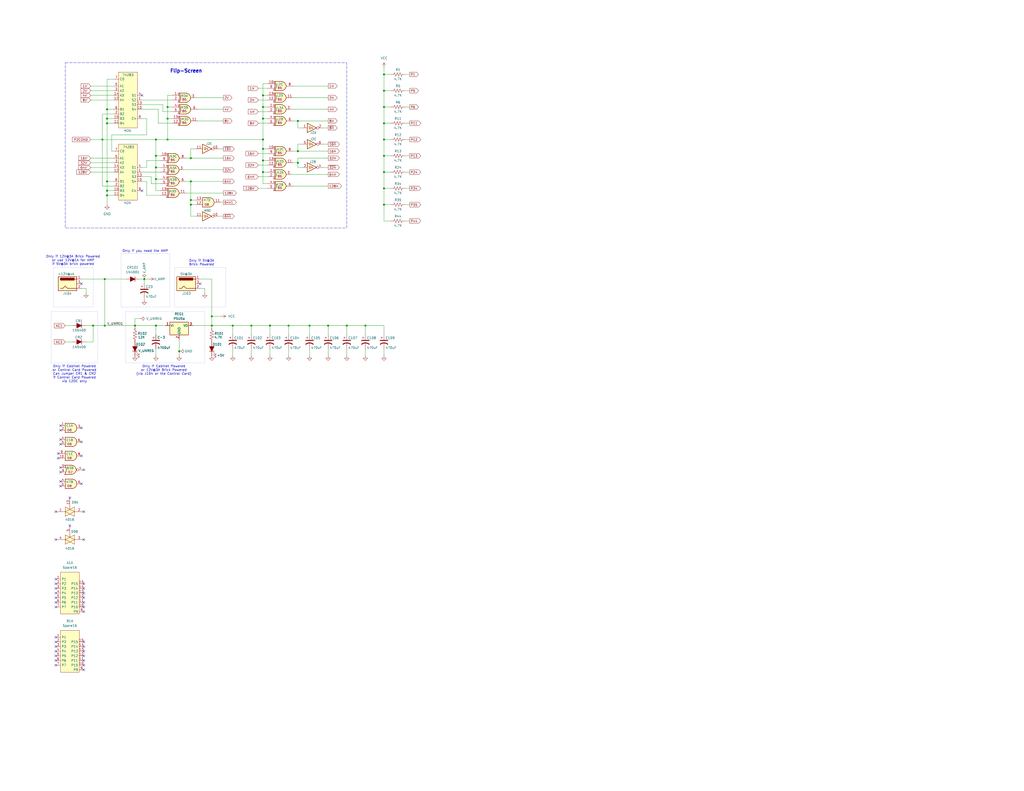
<source format=kicad_sch>
(kicad_sch (version 20250114) (generator "eeschema") (generator_version "9.0")
  (paper "C")
  (title_block (title "Retro Breakout") (date "2025-11-05") (rev "4722-101-A") (company "ByteMind, Inc.") (comment 1 "P.Bishop"))
  (rectangle (start 95.25 146.05) (end 123.19 167.64) (stroke (width 0) (type dot)))
  (rectangle (start 29.21 146.05) (end 50.8 167.64) (stroke (width 0) (type dot)))
  (rectangle (start 68.58 170.18) (end 111.76 198.12) (stroke (width 0) (type dot)))
  (rectangle (start 27.94 170.18) (end 53.34 198.12) (stroke (width 0) (type dot)))
  (rectangle (start 66.04 138.43) (end 92.71 167.64) (stroke (width 0) (type dot)))
  (rectangle (start 35.56 34.29) (end 189.23 124.46) (stroke (width 0) (type dash)))
  (text "Only if 12V@3A Brick Powered\nor use 12V@1A for AMP\nif 5V@3A brick powered" (at 39.878 142.24 0) (effects (font (size 1.27 1.27))))
  (text "Only if Cabinet Powered\nor Control Card Powered\nCan Jumper CR1 & CR2\nif Control Card Powered\nvia 12DC only" (at 40.64 204.216 0) (effects (font (size 1.27 1.27))))
  (text "Flip-Screen" (at 101.6 38.862 0) (effects (font (size 1.905 1.905) (thickness 0.381) (bold yes))))
  (text "Only if you need the AMP" (at 79.248 137.16 0) (effects (font (size 1.27 1.27))))
  (text "Only if Cabinet Powered\nor 12V@3A Brick Powered\n(via J104 or the Control Card)" (at 89.408 202.184 0) (effects (font (size 1.27 1.27))))
  (text "Only if 5V@3A\nBrick Powered" (at 109.982 143.51 0) (effects (font (size 1.27 1.27))))
  (junction (at 209.55 111.76))
  (junction (at 162.56 82.55))
  (junction (at 55.88 76.2))
  (junction (at 143.51 76.2))
  (junction (at 127 177.8))
  (junction (at 78.74 152.4))
  (junction (at 143.51 81.28))
  (junction (at 104.14 111.76))
  (junction (at 57.15 177.8))
  (junction (at 143.51 64.77))
  (junction (at 143.51 58.42))
  (junction (at 179.07 177.8))
  (junction (at 104.14 109.22))
  (junction (at 57.15 152.4))
  (junction (at 147.32 177.8))
  (junction (at 58.42 104.14))
  (junction (at 115.57 172.72))
  (junction (at 209.55 58.42))
  (junction (at 209.55 93.98))
  (junction (at 209.55 76.2))
  (junction (at 209.55 49.53))
  (junction (at 104.14 99.06))
  (junction (at 143.51 93.98))
  (junction (at 157.48 177.8))
  (junction (at 85.09 91.44))
  (junction (at 137.16 177.8))
  (junction (at 209.55 102.87))
  (junction (at 143.51 52.07))
  (junction (at 85.09 177.8))
  (junction (at 73.66 177.8))
  (junction (at 85.09 76.2))
  (junction (at 189.23 177.8))
  (junction (at 58.42 67.31))
  (junction (at 115.57 177.8))
  (junction (at 168.91 177.8))
  (junction (at 58.42 59.69))
  (junction (at 91.44 64.77))
  (junction (at 143.51 87.63))
  (junction (at 209.55 40.64))
  (junction (at 58.42 99.06))
  (junction (at 162.56 66.04))
  (junction (at 50.8 177.8))
  (junction (at 91.44 76.2))
  (junction (at 104.14 86.36))
  (junction (at 58.42 64.77))
  (junction (at 91.44 58.42))
  (junction (at 85.09 97.79))
  (junction (at 85.09 85.09))
  (junction (at 209.55 85.09))
  (junction (at 162.56 88.9))
  (junction (at 58.42 106.68))
  (junction (at 209.55 67.31))
  (junction (at 97.79 191.77))
  (junction (at 199.39 177.8))
  (no_connect (at 30.48 318.77))
  (no_connect (at 45.72 321.31))
  (no_connect (at 45.72 294.64))
  (no_connect (at 45.72 360.68))
  (no_connect (at 30.48 358.14))
  (no_connect (at 45.72 279.4))
  (no_connect (at 33.02 265.43))
  (no_connect (at 45.72 355.6))
  (no_connect (at 45.72 358.14))
  (no_connect (at 45.72 350.52))
  (no_connect (at 44.45 264.16))
  (no_connect (at 45.72 363.22))
  (no_connect (at 30.48 294.64))
  (no_connect (at 30.48 360.68))
  (no_connect (at 30.48 279.4))
  (no_connect (at 33.02 255.27))
  (no_connect (at 33.02 242.57))
  (no_connect (at 38.1 271.78))
  (no_connect (at 30.48 363.22))
  (no_connect (at 33.02 232.41))
  (no_connect (at 45.72 353.06))
  (no_connect (at 33.02 240.03))
  (no_connect (at 30.48 323.85))
  (no_connect (at 38.1 287.02))
  (no_connect (at 30.48 355.6))
  (no_connect (at 31.75 247.65))
  (no_connect (at 45.72 326.39))
  (no_connect (at 44.45 233.68))
  (no_connect (at 30.48 316.23))
  (no_connect (at 33.02 262.89))
  (no_connect (at 33.02 257.81))
  (no_connect (at 44.45 154.94))
  (no_connect (at 45.72 318.77))
  (no_connect (at 45.72 256.54))
  (no_connect (at 30.48 326.39))
  (no_connect (at 77.47 52.07))
  (no_connect (at 77.47 104.14))
  (no_connect (at 30.48 347.98))
  (no_connect (at 30.48 321.31))
  (no_connect (at 109.22 154.94))
  (no_connect (at 45.72 323.85))
  (no_connect (at 45.72 331.47))
  (no_connect (at 30.48 350.52))
  (no_connect (at 30.48 331.47))
  (no_connect (at 45.72 334.01))
  (no_connect (at 45.72 365.76))
  (no_connect (at 45.72 328.93))
  (no_connect (at 30.48 328.93))
  (no_connect (at 44.45 248.92))
  (no_connect (at 31.75 250.19))
  (no_connect (at 33.02 234.95))
  (no_connect (at 30.48 353.06))
  (no_connect (at 44.45 241.3))
  (wire (pts (xy 223.52 76.2) (xy 220.98 76.2)))
  (wire (pts (xy 189.23 190.5) (xy 189.23 194.31)))
  (wire (pts (xy 35.56 186.69) (xy 39.37 186.69)))
  (wire (pts (xy 162.56 88.9) (xy 160.02 88.9)))
  (wire (pts (xy 62.23 101.6) (xy 55.88 101.6)))
  (wire (pts (xy 165.1 69.85) (xy 162.56 69.85)))
  (wire (pts (xy 147.32 190.5) (xy 147.32 194.31)))
  (wire (pts (xy 140.97 54.61) (xy 146.05 54.61)))
  (wire (pts (xy 91.44 76.2) (xy 143.51 76.2)))
  (wire (pts (xy 93.98 64.77) (xy 91.44 64.77)))
  (wire (pts (xy 115.57 172.72) (xy 115.57 177.8)))
  (wire (pts (xy 91.44 58.42) (xy 93.98 58.42)))
  (wire (pts (xy 209.55 36.83) (xy 209.55 40.64)))
  (wire (pts (xy 209.55 58.42) (xy 209.55 67.31)))
  (wire (pts (xy 49.53 86.36) (xy 62.23 86.36)))
  (wire (pts (xy 85.09 104.14) (xy 85.09 97.79)))
  (wire (pts (xy 162.56 66.04) (xy 162.56 69.85)))
  (wire (pts (xy 143.51 93.98) (xy 146.05 93.98)))
  (wire (pts (xy 100.33 92.71) (xy 121.92 92.71)))
  (wire (pts (xy 179.07 82.55) (xy 162.56 82.55)))
  (wire (pts (xy 209.55 102.87) (xy 209.55 111.76)))
  (wire (pts (xy 93.98 52.07) (xy 91.44 52.07)))
  (wire (pts (xy 57.15 152.4) (xy 57.15 177.8)))
  (wire (pts (xy 87.63 104.14) (xy 85.09 104.14)))
  (wire (pts (xy 165.1 91.44) (xy 162.56 91.44)))
  (wire (pts (xy 115.57 152.4) (xy 115.57 172.72)))
  (wire (pts (xy 223.52 40.64) (xy 220.98 40.64)))
  (wire (pts (xy 209.55 182.88) (xy 209.55 177.8)))
  (wire (pts (xy 104.14 109.22) (xy 106.68 109.22)))
  (wire (pts (xy 223.52 58.42) (xy 220.98 58.42)))
  (wire (pts (xy 62.23 82.55) (xy 60.96 82.55)))
  (wire (pts (xy 209.55 67.31) (xy 209.55 76.2)))
  (wire (pts (xy 209.55 85.09) (xy 213.36 85.09)))
  (wire (pts (xy 109.22 152.4) (xy 115.57 152.4)))
  (wire (pts (xy 104.14 111.76) (xy 104.14 109.22)))
  (wire (pts (xy 127 177.8) (xy 127 182.88)))
  (wire (pts (xy 82.55 100.33) (xy 87.63 100.33)))
  (wire (pts (xy 49.53 91.44) (xy 62.23 91.44)))
  (wire (pts (xy 179.07 91.44) (xy 176.53 91.44)))
  (wire (pts (xy 80.01 87.63) (xy 87.63 87.63)))
  (wire (pts (xy 101.6 99.06) (xy 104.14 99.06)))
  (wire (pts (xy 179.07 86.36) (xy 162.56 86.36)))
  (wire (pts (xy 143.51 76.2) (xy 143.51 81.28)))
  (wire (pts (xy 107.95 59.69) (xy 121.92 59.69)))
  (wire (pts (xy 143.51 52.07) (xy 146.05 52.07)))
  (wire (pts (xy 179.07 101.6) (xy 160.02 101.6)))
  (wire (pts (xy 58.42 67.31) (xy 58.42 99.06)))
  (wire (pts (xy 143.51 58.42) (xy 143.51 64.77)))
  (wire (pts (xy 162.56 91.44) (xy 162.56 88.9)))
  (wire (pts (xy 44.45 157.48) (xy 46.99 157.48)))
  (wire (pts (xy 60.96 82.55) (xy 60.96 73.66)))
  (wire (pts (xy 147.32 177.8) (xy 147.32 182.88)))
  (wire (pts (xy 199.39 190.5) (xy 199.39 194.31)))
  (wire (pts (xy 46.99 157.48) (xy 46.99 160.02)))
  (wire (pts (xy 58.42 43.18) (xy 62.23 43.18)))
  (wire (pts (xy 189.23 177.8) (xy 199.39 177.8)))
  (wire (pts (xy 157.48 190.5) (xy 157.48 194.31)))
  (wire (pts (xy 179.07 177.8) (xy 189.23 177.8)))
  (wire (pts (xy 104.14 118.11) (xy 104.14 111.76)))
  (wire (pts (xy 140.97 67.31) (xy 146.05 67.31)))
  (wire (pts (xy 46.99 186.69) (xy 50.8 186.69)))
  (wire (pts (xy 168.91 190.5) (xy 168.91 194.31)))
  (wire (pts (xy 223.52 85.09) (xy 220.98 85.09)))
  (wire (pts (xy 140.97 96.52) (xy 146.05 96.52)))
  (wire (pts (xy 127 190.5) (xy 127 194.31)))
  (wire (pts (xy 85.09 177.8) (xy 73.66 177.8)))
  (wire (pts (xy 78.74 163.83) (xy 78.74 162.56)))
  (wire (pts (xy 88.9 57.15) (xy 88.9 60.96)))
  (wire (pts (xy 77.47 91.44) (xy 80.01 91.44)))
  (wire (pts (xy 105.41 177.8) (xy 115.57 177.8)))
  (wire (pts (xy 115.57 179.07) (xy 115.57 177.8)))
  (wire (pts (xy 223.52 93.98) (xy 220.98 93.98)))
  (wire (pts (xy 209.55 111.76) (xy 209.55 120.65)))
  (wire (pts (xy 101.6 86.36) (xy 104.14 86.36)))
  (wire (pts (xy 58.42 59.69) (xy 62.23 59.69)))
  (wire (pts (xy 111.76 160.02) (xy 111.76 157.48)))
  (wire (pts (xy 143.51 87.63) (xy 143.51 93.98)))
  (wire (pts (xy 58.42 59.69) (xy 58.42 64.77)))
  (wire (pts (xy 179.07 78.74) (xy 176.53 78.74)))
  (wire (pts (xy 60.96 73.66) (xy 80.01 73.66)))
  (wire (pts (xy 179.07 95.25) (xy 158.75 95.25)))
  (wire (pts (xy 209.55 40.64) (xy 209.55 49.53)))
  (wire (pts (xy 199.39 177.8) (xy 209.55 177.8)))
  (wire (pts (xy 104.14 99.06) (xy 104.14 109.22)))
  (wire (pts (xy 49.53 49.53) (xy 62.23 49.53)))
  (wire (pts (xy 88.9 60.96) (xy 93.98 60.96)))
  (wire (pts (xy 106.68 118.11) (xy 104.14 118.11)))
  (wire (pts (xy 143.51 58.42) (xy 146.05 58.42)))
  (wire (pts (xy 107.95 66.04) (xy 121.92 66.04)))
  (wire (pts (xy 80.01 106.68) (xy 87.63 106.68)))
  (wire (pts (xy 223.52 120.65) (xy 220.98 120.65)))
  (wire (pts (xy 146.05 45.72) (xy 143.51 45.72)))
  (wire (pts (xy 157.48 177.8) (xy 168.91 177.8)))
  (wire (pts (xy 179.07 182.88) (xy 179.07 177.8)))
  (wire (pts (xy 162.56 78.74) (xy 162.56 82.55)))
  (wire (pts (xy 209.55 58.42) (xy 213.36 58.42)))
  (wire (pts (xy 162.56 86.36) (xy 162.56 88.9)))
  (wire (pts (xy 137.16 190.5) (xy 137.16 194.31)))
  (wire (pts (xy 73.66 177.8) (xy 57.15 177.8)))
  (wire (pts (xy 209.55 102.87) (xy 213.36 102.87)))
  (wire (pts (xy 91.44 76.2) (xy 91.44 64.77)))
  (wire (pts (xy 58.42 67.31) (xy 62.23 67.31)))
  (wire (pts (xy 162.56 82.55) (xy 160.02 82.55)))
  (wire (pts (xy 58.42 99.06) (xy 58.42 104.14)))
  (wire (pts (xy 58.42 43.18) (xy 58.42 59.69)))
  (wire (pts (xy 97.79 194.31) (xy 97.79 191.77)))
  (wire (pts (xy 165.1 78.74) (xy 162.56 78.74)))
  (wire (pts (xy 58.42 99.06) (xy 62.23 99.06)))
  (wire (pts (xy 87.63 91.44) (xy 85.09 91.44)))
  (wire (pts (xy 55.88 76.2) (xy 85.09 76.2)))
  (wire (pts (xy 213.36 120.65) (xy 209.55 120.65)))
  (wire (pts (xy 137.16 177.8) (xy 147.32 177.8)))
  (wire (pts (xy 111.76 157.48) (xy 109.22 157.48)))
  (wire (pts (xy 80.01 106.68) (xy 80.01 99.06)))
  (wire (pts (xy 49.53 52.07) (xy 62.23 52.07)))
  (wire (pts (xy 115.57 177.8) (xy 127 177.8)))
  (wire (pts (xy 77.47 54.61) (xy 93.98 54.61)))
  (wire (pts (xy 137.16 182.88) (xy 137.16 177.8)))
  (wire (pts (xy 104.14 81.28) (xy 104.14 86.36)))
  (wire (pts (xy 140.97 102.87) (xy 146.05 102.87)))
  (wire (pts (xy 77.47 99.06) (xy 80.01 99.06)))
  (wire (pts (xy 104.14 99.06) (xy 121.92 99.06)))
  (wire (pts (xy 49.53 76.2) (xy 55.88 76.2)))
  (wire (pts (xy 168.91 177.8) (xy 179.07 177.8)))
  (wire (pts (xy 58.42 104.14) (xy 62.23 104.14)))
  (wire (pts (xy 223.52 67.31) (xy 220.98 67.31)))
  (wire (pts (xy 104.14 86.36) (xy 121.92 86.36)))
  (wire (pts (xy 143.51 81.28) (xy 146.05 81.28)))
  (wire (pts (xy 119.38 118.11) (xy 121.92 118.11)))
  (wire (pts (xy 91.44 64.77) (xy 91.44 58.42)))
  (wire (pts (xy 209.55 67.31) (xy 213.36 67.31)))
  (wire (pts (xy 143.51 93.98) (xy 143.51 100.33)))
  (wire (pts (xy 209.55 111.76) (xy 213.36 111.76)))
  (wire (pts (xy 223.52 111.76) (xy 220.98 111.76)))
  (wire (pts (xy 143.51 64.77) (xy 143.51 76.2)))
  (wire (pts (xy 143.51 45.72) (xy 143.51 52.07)))
  (wire (pts (xy 57.15 152.4) (xy 68.58 152.4)))
  (wire (pts (xy 209.55 85.09) (xy 209.55 93.98)))
  (wire (pts (xy 73.66 173.99) (xy 73.66 177.8)))
  (wire (pts (xy 101.6 105.41) (xy 121.92 105.41)))
  (wire (pts (xy 179.07 190.5) (xy 179.07 194.31)))
  (wire (pts (xy 77.47 93.98) (xy 87.63 93.98)))
  (wire (pts (xy 82.55 96.52) (xy 82.55 100.33)))
  (wire (pts (xy 46.99 177.8) (xy 50.8 177.8)))
  (wire (pts (xy 55.88 62.23) (xy 62.23 62.23)))
  (wire (pts (xy 168.91 177.8) (xy 168.91 182.88)))
  (wire (pts (xy 50.8 186.69) (xy 50.8 177.8)))
  (wire (pts (xy 80.01 73.66) (xy 80.01 64.77)))
  (wire (pts (xy 143.51 64.77) (xy 146.05 64.77)))
  (wire (pts (xy 49.53 93.98) (xy 62.23 93.98)))
  (wire (pts (xy 143.51 87.63) (xy 146.05 87.63)))
  (wire (pts (xy 55.88 76.2) (xy 55.88 62.23)))
  (wire (pts (xy 162.56 66.04) (xy 160.02 66.04)))
  (wire (pts (xy 86.36 67.31) (xy 93.98 67.31)))
  (wire (pts (xy 77.47 59.69) (xy 86.36 59.69)))
  (wire (pts (xy 49.53 46.99) (xy 62.23 46.99)))
  (wire (pts (xy 85.09 91.44) (xy 85.09 85.09)))
  (wire (pts (xy 35.56 177.8) (xy 39.37 177.8)))
  (wire (pts (xy 87.63 97.79) (xy 85.09 97.79)))
  (wire (pts (xy 85.09 85.09) (xy 85.09 76.2)))
  (wire (pts (xy 223.52 102.87) (xy 220.98 102.87)))
  (wire (pts (xy 50.8 177.8) (xy 57.15 177.8)))
  (wire (pts (xy 179.07 59.69) (xy 158.75 59.69)))
  (wire (pts (xy 76.2 173.99) (xy 73.66 173.99)))
  (wire (pts (xy 85.09 177.8) (xy 90.17 177.8)))
  (wire (pts (xy 127 177.8) (xy 137.16 177.8)))
  (wire (pts (xy 209.55 76.2) (xy 213.36 76.2)))
  (wire (pts (xy 140.97 83.82) (xy 146.05 83.82)))
  (wire (pts (xy 58.42 106.68) (xy 62.23 106.68)))
  (wire (pts (xy 209.55 76.2) (xy 209.55 85.09)))
  (wire (pts (xy 87.63 85.09) (xy 85.09 85.09)))
  (wire (pts (xy 157.48 182.88) (xy 157.48 177.8)))
  (wire (pts (xy 77.47 96.52) (xy 82.55 96.52)))
  (wire (pts (xy 121.92 110.49) (xy 120.65 110.49)))
  (wire (pts (xy 86.36 59.69) (xy 86.36 67.31)))
  (wire (pts (xy 78.74 152.4) (xy 76.2 152.4)))
  (wire (pts (xy 49.53 54.61) (xy 62.23 54.61)))
  (wire (pts (xy 97.79 191.77) (xy 97.79 185.42)))
  (wire (pts (xy 143.51 81.28) (xy 143.51 87.63)))
  (wire (pts (xy 121.92 81.28) (xy 119.38 81.28)))
  (wire (pts (xy 115.57 172.72) (xy 120.65 172.72)))
  (wire (pts (xy 143.51 100.33) (xy 146.05 100.33)))
  (wire (pts (xy 104.14 81.28) (xy 106.68 81.28)))
  (wire (pts (xy 199.39 182.88) (xy 199.39 177.8)))
  (wire (pts (xy 209.55 40.64) (xy 213.36 40.64)))
  (wire (pts (xy 58.42 64.77) (xy 58.42 67.31)))
  (wire (pts (xy 85.09 97.79) (xy 85.09 91.44)))
  (wire (pts (xy 189.23 177.8) (xy 189.23 182.88)))
  (wire (pts (xy 106.68 53.34) (xy 121.92 53.34)))
  (wire (pts (xy 44.45 152.4) (xy 57.15 152.4)))
  (wire (pts (xy 140.97 60.96) (xy 146.05 60.96)))
  (wire (pts (xy 80.01 64.77) (xy 77.47 64.77)))
  (wire (pts (xy 179.07 69.85) (xy 176.53 69.85)))
  (wire (pts (xy 91.44 52.07) (xy 91.44 58.42)))
  (wire (pts (xy 209.55 49.53) (xy 209.55 58.42)))
  (wire (pts (xy 85.09 190.5) (xy 85.09 194.31)))
  (wire (pts (xy 140.97 90.17) (xy 146.05 90.17)))
  (wire (pts (xy 213.36 49.53) (xy 209.55 49.53)))
  (wire (pts (xy 209.55 190.5) (xy 209.55 194.31)))
  (wire (pts (xy 209.55 93.98) (xy 213.36 93.98)))
  (wire (pts (xy 78.74 154.94) (xy 78.74 152.4)))
  (wire (pts (xy 179.07 53.34) (xy 160.02 53.34)))
  (wire (pts (xy 58.42 106.68) (xy 58.42 111.76)))
  (wire (pts (xy 58.42 104.14) (xy 58.42 106.68)))
  (wire (pts (xy 81.28 152.4) (xy 78.74 152.4)))
  (wire (pts (xy 179.07 66.04) (xy 162.56 66.04)))
  (wire (pts (xy 77.47 57.15) (xy 88.9 57.15)))
  (wire (pts (xy 209.55 93.98) (xy 209.55 102.87)))
  (wire (pts (xy 140.97 48.26) (xy 146.05 48.26)))
  (wire (pts (xy 73.66 177.8) (xy 73.66 179.07)))
  (wire (pts (xy 85.09 182.88) (xy 85.09 177.8)))
  (wire (pts (xy 85.09 76.2) (xy 91.44 76.2)))
  (wire (pts (xy 147.32 177.8) (xy 157.48 177.8)))
  (wire (pts (xy 223.52 49.53) (xy 220.98 49.53)))
  (wire (pts (xy 179.07 46.99) (xy 160.02 46.99)))
  (wire (pts (xy 55.88 101.6) (xy 55.88 76.2)))
  (wire (pts (xy 58.42 64.77) (xy 62.23 64.77)))
  (wire (pts (xy 106.68 111.76) (xy 104.14 111.76)))
  (wire (pts (xy 49.53 88.9) (xy 62.23 88.9)))
  (wire (pts (xy 80.01 87.63) (xy 80.01 91.44)))
  (wire (pts (xy 143.51 52.07) (xy 143.51 58.42)))
  (label "V_UNREG" (at 58.42 177.8 0))
  (global_label "128H" (shape output) (at 179.07 101.6 0) (property "Intersheetrefs" "${INTERSHEET_REFS}" (effects (hide yes))))
  (global_label "8V'" (shape input) (at 49.53 54.61 180) (property "Intersheetrefs" "${INTERSHEET_REFS}" (effects (hide yes))))
  (global_label "2V" (shape output) (at 121.92 53.34 0) (property "Intersheetrefs" "${INTERSHEET_REFS}" (effects (hide yes))))
  (global_label "2H" (shape output) (at 179.07 53.34 0) (property "Intersheetrefs" "${INTERSHEET_REFS}" (effects (hide yes))))
  (global_label "32H" (shape output) (at 179.07 86.36 0) (property "Intersheetrefs" "${INTERSHEET_REFS}" (effects (hide yes))))
  (global_label "~{16H}" (shape output) (at 179.07 78.74 0) (property "Intersheetrefs" "${INTERSHEET_REFS}" (effects (hide yes))))
  (global_label "4H'" (shape input) (at 140.97 60.96 180) (property "Intersheetrefs" "${INTERSHEET_REFS}" (effects (hide yes))))
  (global_label "P13" (shape output) (at 223.52 85.09 0) (property "Intersheetrefs" "${INTERSHEET_REFS}" (effects (hide yes))))
  (global_label "16V'" (shape input) (at 49.53 86.36 180) (property "Intersheetrefs" "${INTERSHEET_REFS}" (effects (hide yes))))
  (global_label "32V" (shape output) (at 121.92 92.71 0) (property "Intersheetrefs" "${INTERSHEET_REFS}" (effects (hide yes))))
  (global_label "16V" (shape output) (at 121.92 86.36 0) (property "Intersheetrefs" "${INTERSHEET_REFS}" (effects (hide yes))))
  (global_label "64V'" (shape input) (at 49.53 91.44 180) (property "Intersheetrefs" "${INTERSHEET_REFS}" (effects (hide yes))))
  (global_label "P35" (shape output) (at 223.52 111.76 0) (property "Intersheetrefs" "${INTERSHEET_REFS}" (effects (hide yes))))
  (global_label "P44" (shape output) (at 223.52 120.65 0) (property "Intersheetrefs" "${INTERSHEET_REFS}" (effects (hide yes))))
  (global_label "~{8H}" (shape output) (at 179.07 69.85 0) (property "Intersheetrefs" "${INTERSHEET_REFS}" (effects (hide yes))))
  (global_label "128V" (shape output) (at 121.92 105.41 0) (property "Intersheetrefs" "${INTERSHEET_REFS}" (effects (hide yes))))
  (global_label "4H" (shape output) (at 179.07 59.69 0) (property "Intersheetrefs" "${INTERSHEET_REFS}" (effects (hide yes))))
  (global_label "64V1" (shape output) (at 121.92 110.49 0) (property "Intersheetrefs" "${INTERSHEET_REFS}" (effects (hide yes))))
  (global_label "32H'" (shape input) (at 140.97 90.17 180) (property "Intersheetrefs" "${INTERSHEET_REFS}" (effects (hide yes))))
  (global_label "P24" (shape output) (at 223.52 93.98 0) (property "Intersheetrefs" "${INTERSHEET_REFS}" (effects (hide yes))))
  (global_label "128H'" (shape input) (at 140.97 102.87 180) (property "Intersheetrefs" "${INTERSHEET_REFS}" (effects (hide yes))))
  (global_label "AC1" (shape input) (at 35.56 177.8 180) (property "Intersheetrefs" "${INTERSHEET_REFS}" (effects (hide yes))))
  (global_label "~{64V}" (shape output) (at 121.92 118.11 0) (property "Intersheetrefs" "${INTERSHEET_REFS}" (effects (hide yes))))
  (global_label "16H'" (shape input) (at 140.97 83.82 180) (property "Intersheetrefs" "${INTERSHEET_REFS}" (effects (hide yes))))
  (global_label "P11" (shape output) (at 223.52 67.31 0) (property "Intersheetrefs" "${INTERSHEET_REFS}" (effects (hide yes))))
  (global_label "64V" (shape output) (at 121.92 99.06 0) (property "Intersheetrefs" "${INTERSHEET_REFS}" (effects (hide yes))))
  (global_label "16H" (shape output) (at 179.07 82.55 0) (property "Intersheetrefs" "${INTERSHEET_REFS}" (effects (hide yes))))
  (global_label "P6" (shape output) (at 223.52 58.42 0) (property "Intersheetrefs" "${INTERSHEET_REFS}" (effects (hide yes))))
  (global_label "P2COND" (shape input) (at 49.53 76.2 180) (property "Intersheetrefs" "${INTERSHEET_REFS}" (effects (hide yes))))
  (global_label "P12" (shape output) (at 223.52 76.2 0) (property "Intersheetrefs" "${INTERSHEET_REFS}" (effects (hide yes))))
  (global_label "AC2" (shape input) (at 35.56 186.69 180) (property "Intersheetrefs" "${INTERSHEET_REFS}" (effects (hide yes))))
  (global_label "8V" (shape output) (at 121.92 66.04 0) (property "Intersheetrefs" "${INTERSHEET_REFS}" (effects (hide yes))))
  (global_label "128V'" (shape input) (at 49.53 93.98 180) (property "Intersheetrefs" "${INTERSHEET_REFS}" (effects (hide yes))))
  (global_label "~{32H}" (shape output) (at 179.07 91.44 0) (property "Intersheetrefs" "${INTERSHEET_REFS}" (effects (hide yes))))
  (global_label "P34" (shape output) (at 223.52 102.87 0) (property "Intersheetrefs" "${INTERSHEET_REFS}" (effects (hide yes))))
  (global_label "64H" (shape output) (at 179.07 95.25 0) (property "Intersheetrefs" "${INTERSHEET_REFS}" (effects (hide yes))))
  (global_label "8H" (shape output) (at 179.07 66.04 0) (property "Intersheetrefs" "${INTERSHEET_REFS}" (effects (hide yes))))
  (global_label "8H'" (shape input) (at 140.97 67.31 180) (property "Intersheetrefs" "${INTERSHEET_REFS}" (effects (hide yes))))
  (global_label "2H'" (shape input) (at 140.97 54.61 180) (property "Intersheetrefs" "${INTERSHEET_REFS}" (effects (hide yes))))
  (global_label "4V" (shape output) (at 121.92 59.69 0) (property "Intersheetrefs" "${INTERSHEET_REFS}" (effects (hide yes))))
  (global_label "1H'" (shape input) (at 140.97 48.26 180) (property "Intersheetrefs" "${INTERSHEET_REFS}" (effects (hide yes))))
  (global_label "P5" (shape output) (at 223.52 49.53 0) (property "Intersheetrefs" "${INTERSHEET_REFS}" (effects (hide yes))))
  (global_label "~{16V}" (shape output) (at 121.92 81.28 0) (property "Intersheetrefs" "${INTERSHEET_REFS}" (effects (hide yes))))
  (global_label "2V'" (shape input) (at 49.53 49.53 180) (property "Intersheetrefs" "${INTERSHEET_REFS}" (effects (hide yes))))
  (global_label "P1" (shape output) (at 223.52 40.64 0) (property "Intersheetrefs" "${INTERSHEET_REFS}" (effects (hide yes))))
  (global_label "1V'" (shape input) (at 49.53 46.99 180) (property "Intersheetrefs" "${INTERSHEET_REFS}" (effects (hide yes))))
  (global_label "32V'" (shape input) (at 49.53 88.9 180) (property "Intersheetrefs" "${INTERSHEET_REFS}" (effects (hide yes))))
  (global_label "4V'" (shape input) (at 49.53 52.07 180) (property "Intersheetrefs" "${INTERSHEET_REFS}" (effects (hide yes))))
  (global_label "64H'" (shape input) (at 140.97 96.52 180) (property "Intersheetrefs" "${INTERSHEET_REFS}" (effects (hide yes))))
  (global_label "1H" (shape output) (at 179.07 46.99 0) (property "Intersheetrefs" "${INTERSHEET_REFS}" (effects (hide yes))))
  (symbol (lib_id "Breakout:C+") (at 168.91 186.69 0) (unit 1)
    (property "Reference" "C105" (at 169.672 184.5309 0) (effects (justify left)))
    (property "Value" "470uF" (at 169.672 189.8649 0) (effects (justify left)))
    (property "Footprint" "Breakout:CP_Radial-0.2in-R0.4in" (effects (hide yes)))
  )
  (symbol (lib_id "Breakout:74283") (at 69.85 93.98 0) (unit 1)
    (property "Reference" "N2" (at 69.596 110.744 0))
    (property "Value" "74283" (at 70.104 80.264 0))
    (property "Footprint" "Breakout:DIP-16-0.3in" (effects (hide yes)))
    (property "Description" "4-Bit Adder" (effects (hide yes)))
  )
  (symbol (lib_id "Breakout:7486") (at 93.98 105.41 0) (unit 4)
    (property "Reference" "N3" (at 94.2945 104.394 0))
    (property "Value" "7486" (effects (hide yes)))
    (property "Footprint" "Breakout:DIP-14-0.3in" (effects (hide yes)))
    (property "Description" "Quad XOR Gate" (effects (hide yes)))
    (property "Val" "'86" (at 93.98 106.426 0))
  )
  (symbol (lib_id "Breakout:R") (at 217.17 111.76 270) (unit 1)
    (property "Reference" "R35" (at 217.17 109.22 90))
    (property "Value" "4.7K" (at 217.17 114.3 90))
    (property "Footprint" "Breakout:R_Axial-0.3in" (effects (hide yes)))
  )
  (symbol (lib_id "Breakout:7408") (at 38.1 264.16 0) (unit 2)
    (property "Reference" "H7" (at 37.973 263.144 0))
    (property "Value" "7408" (effects (hide yes)))
    (property "Footprint" "Breakout:DIP-14-0.3in" (effects (hide yes)))
    (property "Description" "Quad AND Gate" (effects (hide yes)))
    (property "Val" "'08" (at 37.592 265.43 0))
  )
  (symbol (lib_id "Breakout:7486") (at 100.33 59.69 0) (unit 2)
    (property "Reference" "M3" (at 100.6556 58.674 0))
    (property "Value" "7486" (effects (hide yes)))
    (property "Footprint" "Breakout:DIP-14-0.3in" (effects (hide yes)))
    (property "Description" "Quad XOR Gate" (effects (hide yes)))
    (property "Val" "'86" (at 100.33 60.706 0))
  )
  (symbol (lib_id "Breakout:R") (at 217.17 40.64 270) (unit 1)
    (property "Reference" "R1" (at 217.17 38.1 90))
    (property "Value" "4.7K" (at 217.17 43.18 90))
    (property "Footprint" "Breakout:R_Axial-0.3in" (effects (hide yes)))
  )
  (symbol (lib_id "Breakout:R") (at 217.17 76.2 270) (unit 1)
    (property "Reference" "R12" (at 217.17 73.66 90))
    (property "Value" "4.7K" (at 217.17 78.74 90))
    (property "Footprint" "Breakout:R_Axial-0.3in" (effects (hide yes)))
  )
  (symbol (lib_id "Breakout:PSU5a") (at 97.79 177.8 0) (unit 1)
    (property "Reference" "REG1" (at 97.79 171.45 0))
    (property "Value" "PSU5a" (at 97.79 173.99 0))
    (property "Footprint" "Breakout:TO-220-3_V" (effects (hide yes)))
  )
  (symbol (lib_id "Breakout:GND") (at 85.09 194.31 0) (unit 1)
    (property "Reference" "#PWR0278" (effects (hide yes)))
    (property "Value" "GND" (effects (hide yes)))
    (property "Description" "Power symbol creates a global label with name \"GND1\" , ground" (effects (hide yes)))
  )
  (symbol (lib_id "Breakout:GND") (at 58.42 111.76 0) (unit 1)
    (property "Reference" "#PWR05" (effects (hide yes)))
    (property "Value" "GND" (at 58.42 116.84 0))
    (property "Description" "Power symbol creates a global label with name \"GND1\" , ground" (effects (hide yes)))
  )
  (symbol (lib_id "Breakout:7486") (at 152.4 46.99 0) (unit 3)
    (property "Reference" "L2" (at 152.7458 45.974 0))
    (property "Value" "7486" (effects (hide yes)))
    (property "Footprint" "Breakout:DIP-14-0.3in" (effects (hide yes)))
    (property "Description" "Quad XOR Gate" (effects (hide yes)))
    (property "Val" "'86" (at 152.4 48.006 0))
  )
  (symbol (lib_id "Breakout:4016") (at 38.1 279.4 0) (unit 1)
    (property "Reference" "D9" (at 40.894 274.32 0))
    (property "Value" "4016" (at 38.1 283.718 0))
    (property "Footprint" "Breakout:DIP-14-0.3in" (effects (hide yes)))
    (property "Description" "Quad Analog Switch" (effects (hide yes)))
  )
  (symbol (lib_id "Breakout:C+") (at 179.07 186.69 0) (unit 1)
    (property "Reference" "C106" (at 179.832 184.5309 0) (effects (justify left)))
    (property "Value" "470uF" (at 179.832 189.8649 0) (effects (justify left)))
    (property "Footprint" "Breakout:CP_Radial-0.2in-R0.4in" (effects (hide yes)))
  )
  (symbol (lib_id "Breakout:R") (at 73.66 182.88 0) (unit 1)
    (property "Reference" "R102" (at 77.47 182.118 0) (effects (font (italic yes))))
    (property "Value" "12K" (at 77.216 184.15 0))
    (property "Footprint" "Breakout:R_Axial-0.3in" (effects (hide yes)))
  )
  (symbol (lib_id "Breakout:7486") (at 93.98 86.36 0) (unit 3)
    (property "Reference" "N3" (at 94.5798 85.344 0))
    (property "Value" "7486" (effects (hide yes)))
    (property "Footprint" "Breakout:DIP-14-0.3in" (effects (hide yes)))
    (property "Description" "Quad XOR Gate" (effects (hide yes)))
    (property "Val" "'86" (at 93.98 87.376 0))
  )
  (symbol (lib_id "Breakout:7408") (at 38.1 241.3 0) (unit 2)
    (property "Reference" "C1" (at 37.973 240.284 0))
    (property "Value" "7408" (effects (hide yes)))
    (property "Footprint" "Breakout:DIP-14-0.3in" (effects (hide yes)))
    (property "Description" "Quad AND Gate" (effects (hide yes)))
    (property "Val" "'08" (at 37.592 242.57 0))
  )
  (symbol (lib_id "Breakout:D_Filled") (at 43.18 177.8 0) (mirror y) (unit 1)
    (property "Reference" "CR1" (at 43.18 175.26 0))
    (property "Value" "1N5400" (at 43.18 180.34 0))
    (property "Footprint" "Breakout:DO-201_0.6in_H" (effects (hide yes)))
  )
  (symbol (lib_id "Breakout:7408") (at 38.1 233.68 0) (unit 1)
    (property "Reference" "C1" (at 37.973 232.41 0))
    (property "Value" "7408" (effects (hide yes)))
    (property "Footprint" "Breakout:DIP-14-0.3in" (effects (hide yes)))
    (property "Description" "Quad AND Gate" (effects (hide yes)))
    (property "Val" "'08" (at 37.592 234.95 0))
  )
  (symbol (lib_id "Breakout:7404") (at 170.18 69.85 0) (unit 1)
    (property "Reference" "J2" (at 170.942 72.39 0))
    (property "Value" "7404" (effects (hide yes)))
    (property "Footprint" "Breakout:DIP-14-0.3in" (effects (hide yes)))
    (property "Description" "Hex Inverter" (effects (hide yes)))
    (property "Val" "'04" (at 169.418 69.85 0))
  )
  (symbol (lib_id "Breakout:7404") (at 170.18 78.74 0) (unit 3)
    (property "Reference" "J2" (at 170.942 75.946 0))
    (property "Value" "7404" (effects (hide yes)))
    (property "Footprint" "Breakout:DIP-14-0.3in" (effects (hide yes)))
    (property "Description" "Hex Inverter" (effects (hide yes)))
    (property "Val" "'04" (at 169.418 78.74 0))
  )
  (symbol (lib_id "Breakout:LED") (at 73.66 190.5 90) (unit 1)
    (property "Reference" "D102" (at 74.168 188.0234 90) (effects (font (italic yes)) (justify right)))
    (property "Value" "V_UNREG" (at 79.756 191.516 90))
    (property "Footprint" "Breakout:LED_D5.0mm_Red" (effects (hide yes)))
  )
  (symbol (lib_id "Breakout:7486") (at 152.4 101.6 0) (unit 2)
    (property "Reference" "K2" (at 152.7256 100.838 0))
    (property "Value" "7486" (effects (hide yes)))
    (property "Footprint" "Breakout:DIP-14-0.3in" (effects (hide yes)))
    (property "Description" "Quad XOR Gate" (effects (hide yes)))
    (property "Val" "'86" (at 152.4 102.616 0))
  )
  (symbol (lib_id "Breakout:C+") (at 127 186.69 0) (unit 1)
    (property "Reference" "C101" (at 127.762 184.5309 0) (effects (justify left)))
    (property "Value" "470uF" (at 127.762 189.8649 0) (effects (justify left)))
    (property "Footprint" "Breakout:CP_Radial-0.2in-R0.4in" (effects (hide yes)))
  )
  (symbol (lib_id "Breakout:7486") (at 100.33 53.34 0) (unit 1)
    (property "Reference" "M3" (at 100.6422 52.324 0))
    (property "Value" "7486" (effects (hide yes)))
    (property "Footprint" "Breakout:DIP-14-0.3in" (effects (hide yes)))
    (property "Description" "Quad XOR Gate" (effects (hide yes)))
    (property "Val" "'86" (at 100.33 54.356 0))
  )
  (symbol (lib_id "Breakout:GND") (at 189.23 194.31 0) (unit 1)
    (property "Reference" "#PWR0331" (effects (hide yes)))
    (property "Value" "GND" (effects (hide yes)))
    (property "Description" "Power symbol creates a global label with name \"GND1\" , ground" (effects (hide yes)))
  )
  (symbol (lib_id "Breakout:7486") (at 93.98 92.71 0) (unit 1)
    (property "Reference" "N3" (at 94.5462 91.694 0))
    (property "Value" "7486" (effects (hide yes)))
    (property "Footprint" "Breakout:DIP-14-0.3in" (effects (hide yes)))
    (property "Description" "Quad XOR Gate" (effects (hide yes)))
    (property "Val" "'86" (at 93.98 93.726 0))
  )
  (symbol (lib_id "Breakout:7402") (at 38.1 256.54 0) (unit 2)
    (property "Reference" "B3" (at 38.2269 255.524 0))
    (property "Value" "7402" (effects (hide yes)))
    (property "Footprint" "Breakout:DIP-14-0.3in" (effects (hide yes)))
    (property "Description" "Quad NOR Gate" (effects (hide yes)))
    (property "Val" "'02" (at 38.1 257.81 0))
  )
  (symbol (lib_id "Breakout:D_Filled") (at 72.39 152.4 180) (unit 1)
    (property "Reference" "CR101" (at 72.39 146.05 0) (effects (font (italic yes))))
    (property "Value" "1N4001" (at 72.39 148.59 0))
    (property "Footprint" "Breakout:D_Axial-0.3in" (effects (hide yes)))
  )
  (symbol (lib_id "Breakout:GND") (at 111.76 160.02 0) (unit 1)
    (property "Reference" "#PWR0281" (effects (hide yes)))
    (property "Value" "GND" (effects (hide yes)))
    (property "Description" "Power symbol creates a global label with name \"GND1\" , ground" (effects (hide yes)))
  )
  (symbol (lib_id "Breakout:7486") (at 152.4 95.25 0) (unit 1)
    (property "Reference" "K2" (at 152.9662 94.234 0))
    (property "Value" "7486" (effects (hide yes)))
    (property "Footprint" "Breakout:DIP-14-0.3in" (effects (hide yes)))
    (property "Description" "Quad XOR Gate" (effects (hide yes)))
    (property "Val" "'86" (at 152.4 96.266 0))
  )
  (symbol (lib_id "Breakout:GND") (at 179.07 194.31 0) (unit 1)
    (property "Reference" "#PWR0264" (effects (hide yes)))
    (property "Value" "GND" (effects (hide yes)))
    (property "Description" "Power symbol creates a global label with name \"GND1\" , ground" (effects (hide yes)))
  )
  (symbol (lib_id "power:PWR_FLAG") (at 78.74 152.4 0) (unit 1)
    (property "Reference" "#FLG01" (effects (hide yes)))
    (property "Value" "V_AMP" (at 78.74 146.304 90))
    (property "Description" "Special symbol for telling ERC where power comes from" (effects (hide yes)))
  )
  (symbol (lib_id "Breakout:SpareDip16") (at 38.1 355.6 0) (unit 1)
    (property "Reference" "B1" (at 38.1 339.09 0))
    (property "Value" "Spare16" (at 38.1 341.63 0))
    (property "Footprint" "Breakout:DIP-16-0.3in" (effects (hide yes)))
  )
  (symbol (lib_id "Breakout:GND") (at 97.79 194.31 0) (unit 1)
    (property "Reference" "#PWR0279" (effects (hide yes)))
    (property "Value" "GND" (effects (hide yes)))
    (property "Description" "Power symbol creates a global label with name \"GND1\" , ground" (effects (hide yes)))
  )
  (symbol (lib_id "Breakout:7408") (at 113.03 110.49 0) (unit 4)
    (property "Reference" "H7" (at 112.903 109.22 0))
    (property "Value" "7408" (effects (hide yes)))
    (property "Footprint" "Breakout:DIP-14-0.3in" (effects (hide yes)))
    (property "Description" "Quad AND Gate" (effects (hide yes)))
    (property "Val" "'08" (at 112.522 111.76 0))
  )
  (symbol (lib_id "Breakout:GND") (at 73.66 194.31 0) (unit 1)
    (property "Reference" "#PWR0328" (effects (hide yes)))
    (property "Value" "GND" (effects (hide yes)))
    (property "Description" "Power symbol creates a global label with name \"GND1\" , ground" (effects (hide yes)))
  )
  (symbol (lib_id "Breakout:C+") (at 137.16 186.69 0) (unit 1)
    (property "Reference" "C102" (at 137.922 184.5309 0) (effects (justify left)))
    (property "Value" "470uF" (at 137.922 189.8649 0) (effects (justify left)))
    (property "Footprint" "Breakout:CP_Radial-0.2in-R0.4in" (effects (hide yes)))
  )
  (symbol (lib_id "Breakout:Jack-DC") (at 36.83 154.94 0) (unit 1)
    (property "Reference" "J104" (at 36.576 160.274 0) (effects (font (italic yes))))
    (property "Value" "+12V@xA" (at 36.068 149.606 0))
    (property "Footprint" "Breakout:BarrelJack_2.1x5.5mm" (effects (hide yes)))
  )
  (symbol (lib_id "Breakout:GND") (at 168.91 194.31 0) (unit 1)
    (property "Reference" "#PWR0258" (effects (hide yes)))
    (property "Value" "GND" (effects (hide yes)))
    (property "Description" "Power symbol creates a global label with name \"GND1\" , ground" (effects (hide yes)))
  )
  (symbol (lib_id "Breakout:R") (at 217.17 58.42 270) (unit 1)
    (property "Reference" "R6" (at 217.17 55.88 90))
    (property "Value" "4.7K" (at 217.17 60.96 90))
    (property "Footprint" "Breakout:R_Axial-0.3in" (effects (hide yes)))
  )
  (symbol (lib_id "Breakout:D_Filled") (at 43.18 186.69 0) (mirror y) (unit 1)
    (property "Reference" "CR2" (at 42.926 184.15 0))
    (property "Value" "1N5400" (at 43.18 189.484 0))
    (property "Footprint" "Breakout:DO-201_0.6in_H" (effects (hide yes)))
  )
  (symbol (lib_id "Breakout:GND") (at 209.55 194.31 0) (unit 1)
    (property "Reference" "#PWR0333" (effects (hide yes)))
    (property "Value" "GND" (effects (hide yes)))
    (property "Description" "Power symbol creates a global label with name \"GND1\" , ground" (effects (hide yes)))
  )
  (symbol (lib_id "Breakout:74283") (at 69.85 54.61 0) (unit 1)
    (property "Reference" "M2" (at 69.596 71.374 0))
    (property "Value" "74283" (at 69.85 40.894 0))
    (property "Footprint" "Breakout:DIP-16-0.3in" (effects (hide yes)))
    (property "Description" "4-Bit Adder" (effects (hide yes)))
  )
  (symbol (lib_id "Breakout:GND") (at 147.32 194.31 0) (unit 1)
    (property "Reference" "#PWR0329" (effects (hide yes)))
    (property "Value" "GND" (effects (hide yes)))
    (property "Description" "Power symbol creates a global label with name \"GND1\" , ground" (effects (hide yes)))
  )
  (symbol (lib_id "Breakout:7404") (at 113.03 118.11 0) (unit 5)
    (property "Reference" "M9" (at 113.284 115.062 0))
    (property "Value" "7404" (effects (hide yes)))
    (property "Footprint" "Breakout:DIP-14-0.3in" (effects (hide yes)))
    (property "Description" "Hex Inverter" (effects (hide yes)))
    (property "Val" "'04" (at 112.268 118.11 0))
  )
  (symbol (lib_id "Breakout:C+") (at 189.23 186.69 0) (unit 1)
    (property "Reference" "C107" (at 189.992 184.5309 0) (effects (justify left)))
    (property "Value" "470uF" (at 189.992 189.8649 0) (effects (justify left)))
    (property "Footprint" "Breakout:CP_Radial-0.2in-R0.4in" (effects (hide yes)))
  )
  (symbol (lib_id "Breakout:C+") (at 147.32 186.69 0) (unit 1)
    (property "Reference" "C103" (at 148.082 184.5309 0) (effects (justify left)))
    (property "Value" "470uF" (at 148.082 189.8649 0) (effects (justify left)))
    (property "Footprint" "Breakout:CP_Radial-0.2in-R0.4in" (effects (hide yes)))
  )
  (symbol (lib_id "Breakout:7486") (at 152.4 53.34 0) (unit 4)
    (property "Reference" "L2" (at 152.7145 52.07 0))
    (property "Value" "7486" (effects (hide yes)))
    (property "Footprint" "Breakout:DIP-14-0.3in" (effects (hide yes)))
    (property "Description" "Quad XOR Gate" (effects (hide yes)))
    (property "Val" "'86" (at 152.4 54.356 0))
  )
  (symbol (lib_id "Breakout:7486") (at 152.4 88.9 0) (unit 4)
    (property "Reference" "K2" (at 152.9685 88.138 0))
    (property "Value" "7486" (effects (hide yes)))
    (property "Footprint" "Breakout:DIP-14-0.3in" (effects (hide yes)))
    (property "Description" "Quad XOR Gate" (effects (hide yes)))
    (property "Val" "'86" (at 152.4 89.916 0))
  )
  (symbol (lib_id "Breakout:R") (at 217.17 85.09 270) (unit 1)
    (property "Reference" "R13" (at 217.17 82.55 90))
    (property "Value" "4.7K" (at 217.17 87.63 90))
    (property "Footprint" "Breakout:R_Axial-0.3in" (effects (hide yes)))
  )
  (symbol (lib_id "Breakout:LED") (at 115.57 190.5 90) (unit 1)
    (property "Reference" "D101" (at 116.078 188.0234 90) (effects (font (italic yes)) (justify right)))
    (property "Value" "+5V" (at 120.396 194.056 90))
    (property "Footprint" "Breakout:LED_D5.0mm_Red" (effects (hide yes)))
  )
  (symbol (lib_id "Breakout:C+") (at 85.09 186.69 0) (unit 1)
    (property "Reference" "C-3" (at 85.852 184.2769 0) (effects (justify left)))
    (property "Value" "4700uF" (at 85.852 189.8649 0) (effects (justify left)))
    (property "Footprint" "Breakout:CP_Radial-10mm-R35mm" (effects (hide yes)))
  )
  (symbol (lib_id "Breakout:+12V") (at 81.28 152.4 270) (unit 1)
    (property "Reference" "#PWR04" (effects (hide yes)))
    (property "Value" "V_AMP" (at 87.122 152.4 90))
  )
  (symbol (lib_id "Breakout:R") (at 217.17 120.65 270) (unit 1)
    (property "Reference" "R44" (at 217.17 118.11 90))
    (property "Value" "4.7K" (at 217.17 123.19 90))
    (property "Footprint" "Breakout:R_Axial-0.3in" (effects (hide yes)))
  )
  (symbol (lib_id "Breakout:GND") (at 199.39 194.31 0) (unit 1)
    (property "Reference" "#PWR0332" (effects (hide yes)))
    (property "Value" "GND" (effects (hide yes)))
    (property "Description" "Power symbol creates a global label with name \"GND1\" , ground" (effects (hide yes)))
  )
  (symbol (lib_id "Breakout:C+") (at 209.55 186.69 0) (unit 1)
    (property "Reference" "C109" (at 210.312 184.5309 0) (effects (justify left)))
    (property "Value" "470uF" (at 210.312 189.8649 0) (effects (justify left)))
    (property "Footprint" "Breakout:CP_Radial-0.2in-R0.4in" (effects (hide yes)))
  )
  (symbol (lib_id "Breakout:7486") (at 152.4 66.04 0) (unit 2)
    (property "Reference" "L2" (at 152.7256 65.024 0))
    (property "Value" "7486" (effects (hide yes)))
    (property "Footprint" "Breakout:DIP-14-0.3in" (effects (hide yes)))
    (property "Description" "Quad XOR Gate" (effects (hide yes)))
    (property "Val" "'86" (at 152.4 67.056 0))
  )
  (symbol (lib_id "Breakout:Jack-DC") (at 101.6 154.94 0) (unit 1)
    (property "Reference" "J103" (at 101.6 160.274 0) (effects (font (italic yes))))
    (property "Value" "5V@3A" (at 101.6 149.606 0))
    (property "Footprint" "Breakout:BarrelJack_2.1x5.5mm" (effects (hide yes)))
  )
  (symbol (lib_id "Breakout:7408") (at 38.1 248.92 0) (unit 3)
    (property "Reference" "C1" (at 37.973 247.904 0))
    (property "Value" "7408" (effects (hide yes)))
    (property "Footprint" "Breakout:DIP-14-0.3in" (effects (hide yes)))
    (property "Description" "Quad AND Gate" (effects (hide yes)))
    (property "Val" "'08" (at 37.592 250.19 0))
  )
  (symbol (lib_id "Breakout:GND") (at 157.48 194.31 0) (unit 1)
    (property "Reference" "#PWR0330" (effects (hide yes)))
    (property "Value" "GND" (effects (hide yes)))
    (property "Description" "Power symbol creates a global label with name \"GND1\" , ground" (effects (hide yes)))
  )
  (symbol (lib_id "Breakout:VCC") (at 120.65 172.72 270) (unit 1)
    (property "Reference" "#PWR0280" (effects (hide yes)))
    (property "Value" "VCC" (at 124.46 172.7199 90) (effects (justify left)))
    (property "Description" "Power symbol creates a global label with name \"VCC\"" (effects (hide yes)))
  )
  (symbol (lib_id "Breakout:SpareDip16") (at 38.1 323.85 0) (unit 1)
    (property "Reference" "A1" (at 38.1 307.34 0))
    (property "Value" "Spare16" (at 38.1 309.88 0))
    (property "Footprint" "Breakout:DIP-16-0.3in" (effects (hide yes)))
  )
  (symbol (lib_id "Breakout:7486") (at 152.4 82.55 0) (unit 3)
    (property "Reference" "K2" (at 152.9998 81.534 0))
    (property "Value" "7486" (effects (hide yes)))
    (property "Footprint" "Breakout:DIP-14-0.3in" (effects (hide yes)))
    (property "Description" "Quad XOR Gate" (effects (hide yes)))
    (property "Val" "'86" (at 152.4 83.566 0))
  )
  (symbol (lib_id "Breakout:GND") (at 115.57 194.31 0) (unit 1)
    (property "Reference" "#PWR0327" (effects (hide yes)))
    (property "Value" "GND" (effects (hide yes)))
    (property "Description" "Power symbol creates a global label with name \"GND1\" , ground" (effects (hide yes)))
  )
  (symbol (lib_id "Breakout:GND") (at 46.99 160.02 0) (unit 1)
    (property "Reference" "#PWR0236" (effects (hide yes)))
    (property "Value" "GND" (effects (hide yes)))
    (property "Description" "Power symbol creates a global label with name \"GND1\" , ground" (effects (hide yes)))
  )
  (symbol (lib_id "power:PWR_FLAG") (at 97.79 191.77 270) (unit 1)
    (property "Reference" "#FLG04" (effects (hide yes)))
    (property "Value" "GND" (at 102.87 191.77 90))
    (property "Description" "Special symbol for telling ERC where power comes from" (effects (hide yes)))
  )
  (symbol (lib_id "Breakout:GND") (at 127 194.31 0) (unit 1)
    (property "Reference" "#PWR01" (effects (hide yes)))
    (property "Value" "GND" (effects (hide yes)))
    (property "Description" "Power symbol creates a global label with name \"GND1\" , ground" (effects (hide yes)))
  )
  (symbol (lib_id "Breakout:R") (at 217.17 67.31 270) (unit 1)
    (property "Reference" "R11" (at 217.17 64.77 90))
    (property "Value" "4.7K" (at 217.17 69.85 90))
    (property "Footprint" "Breakout:R_Axial-0.3in" (effects (hide yes)))
  )
  (symbol (lib_id "power:PWR_FLAG") (at 76.2 173.99 270) (unit 1)
    (property "Reference" "#FLG02" (effects (hide yes)))
    (property "Value" "V_UNREG" (at 84.074 173.99 90))
    (property "Description" "Special symbol for telling ERC where power comes from" (effects (hide yes)))
  )
  (symbol (lib_id "Breakout:7486") (at 93.98 99.06 0) (unit 2)
    (property "Reference" "N3" (at 94.5596 98.044 0))
    (property "Value" "7486" (effects (hide yes)))
    (property "Footprint" "Breakout:DIP-14-0.3in" (effects (hide yes)))
    (property "Description" "Quad XOR Gate" (effects (hide yes)))
    (property "Val" "'86" (at 93.98 100.076 0))
  )
  (symbol (lib_id "Breakout:R") (at 115.57 182.88 0) (unit 1)
    (property "Reference" "R101" (at 119.38 182.118 0) (effects (font (italic yes))))
    (property "Value" "4.7K" (at 119.126 184.15 0))
    (property "Footprint" "Breakout:R_Axial-0.3in" (effects (hide yes)))
  )
  (symbol (lib_id "Breakout:C+") (at 78.74 158.75 0) (unit 1)
    (property "Reference" "C23" (at 79.502 156.5909 0) (effects (justify left)))
    (property "Value" "470uF" (at 79.502 161.9249 0) (effects (justify left)))
    (property "Footprint" "Breakout:CP_Radial-0.2in-R0.4in" (effects (hide yes)))
  )
  (symbol (lib_id "Breakout:GND") (at 78.74 163.83 0) (unit 1)
    (property "Reference" "#PWR0283" (effects (hide yes)))
    (property "Value" "GND" (effects (hide yes)))
    (property "Description" "Power symbol creates a global label with name \"GND1\" , ground" (effects (hide yes)))
  )
  (symbol (lib_id "Breakout:R") (at 217.17 49.53 270) (unit 1)
    (property "Reference" "R5" (at 217.17 46.99 90))
    (property "Value" "4.7K" (at 217.17 52.07 90))
    (property "Footprint" "Breakout:R_Axial-0.3in" (effects (hide yes)))
  )
  (symbol (lib_id "Breakout:GND") (at 137.16 194.31 0) (unit 1)
    (property "Reference" "#PWR0282" (effects (hide yes)))
    (property "Value" "GND" (effects (hide yes)))
    (property "Description" "Power symbol creates a global label with name \"GND1\" , ground" (effects (hide yes)))
  )
  (symbol (lib_id "Breakout:4016") (at 38.1 294.64 0) (unit 2)
    (property "Reference" "D9" (at 40.64 290.322 0))
    (property "Value" "4016" (at 38.1 299.466 0))
    (property "Footprint" "Breakout:DIP-14-0.3in" (effects (hide yes)))
    (property "Description" "Quad Analog Switch" (effects (hide yes)))
  )
  (symbol (lib_id "Breakout:7486") (at 100.33 66.04 0) (unit 4)
    (property "Reference" "M3" (at 100.8985 65.024 0))
    (property "Value" "7486" (effects (hide yes)))
    (property "Footprint" "Breakout:DIP-14-0.3in" (effects (hide yes)))
    (property "Description" "Quad XOR Gate" (effects (hide yes)))
    (property "Val" "'86" (at 100.33 67.056 0))
  )
  (symbol (lib_id "Breakout:7404") (at 113.03 81.28 0) (unit 5)
    (property "Reference" "J2" (at 114.046 78.486 0))
    (property "Value" "7404" (effects (hide yes)))
    (property "Footprint" "Breakout:DIP-14-0.3in" (effects (hide yes)))
    (property "Description" "Hex Inverter" (effects (hide yes)))
    (property "Val" "'04" (at 112.268 81.28 0))
  )
  (symbol (lib_id "Breakout:C+") (at 157.48 186.69 0) (unit 1)
    (property "Reference" "C104" (at 158.242 184.5309 0) (effects (justify left)))
    (property "Value" "470uF" (at 158.242 189.8649 0) (effects (justify left)))
    (property "Footprint" "Breakout:CP_Radial-0.2in-R0.4in" (effects (hide yes)))
  )
  (symbol (lib_id "Breakout:7486") (at 152.4 59.69 0) (unit 1)
    (property "Reference" "L2" (at 152.9662 58.928 0))
    (property "Value" "7486" (effects (hide yes)))
    (property "Footprint" "Breakout:DIP-14-0.3in" (effects (hide yes)))
    (property "Description" "Quad XOR Gate" (effects (hide yes)))
    (property "Val" "'86" (at 152.4 60.706 0))
  )
  (symbol (lib_id "Breakout:R") (at 217.17 93.98 270) (unit 1)
    (property "Reference" "R24" (at 217.17 91.44 90))
    (property "Value" "4.7K" (at 217.17 96.52 90))
    (property "Footprint" "Breakout:R_Axial-0.3in" (effects (hide yes)))
  )
  (symbol (lib_id "Breakout:7404") (at 170.18 91.44 0) (unit 2)
    (property "Reference" "J2" (at 170.688 88.392 0))
    (property "Value" "7404" (effects (hide yes)))
    (property "Footprint" "Breakout:DIP-14-0.3in" (effects (hide yes)))
    (property "Description" "Hex Inverter" (effects (hide yes)))
    (property "Val" "'04" (at 169.418 91.44 0))
  )
  (symbol (lib_id "Breakout:VCC") (at 209.55 36.83 0) (unit 1)
    (property "Reference" "#PWR06" (effects (hide yes)))
    (property "Value" "VCC" (at 209.55 31.75 0))
    (property "Description" "Power symbol creates a global label with name \"VCC\"" (effects (hide yes)))
  )
  (symbol (lib_id "Breakout:C+") (at 199.39 186.69 0) (unit 1)
    (property "Reference" "C108" (at 200.152 184.5309 0) (effects (justify left)))
    (property "Value" "470uF" (at 200.152 189.8649 0) (effects (justify left)))
    (property "Footprint" "Breakout:CP_Radial-0.2in-R0.4in" (effects (hide yes)))
  )
  (symbol (lib_id "Breakout:R") (at 217.17 102.87 270) (unit 1)
    (property "Reference" "R34" (at 217.17 100.33 90))
    (property "Value" "4.7K" (at 217.17 105.41 90))
    (property "Footprint" "Breakout:R_Axial-0.3in" (effects (hide yes)))
  )
)
</source>
